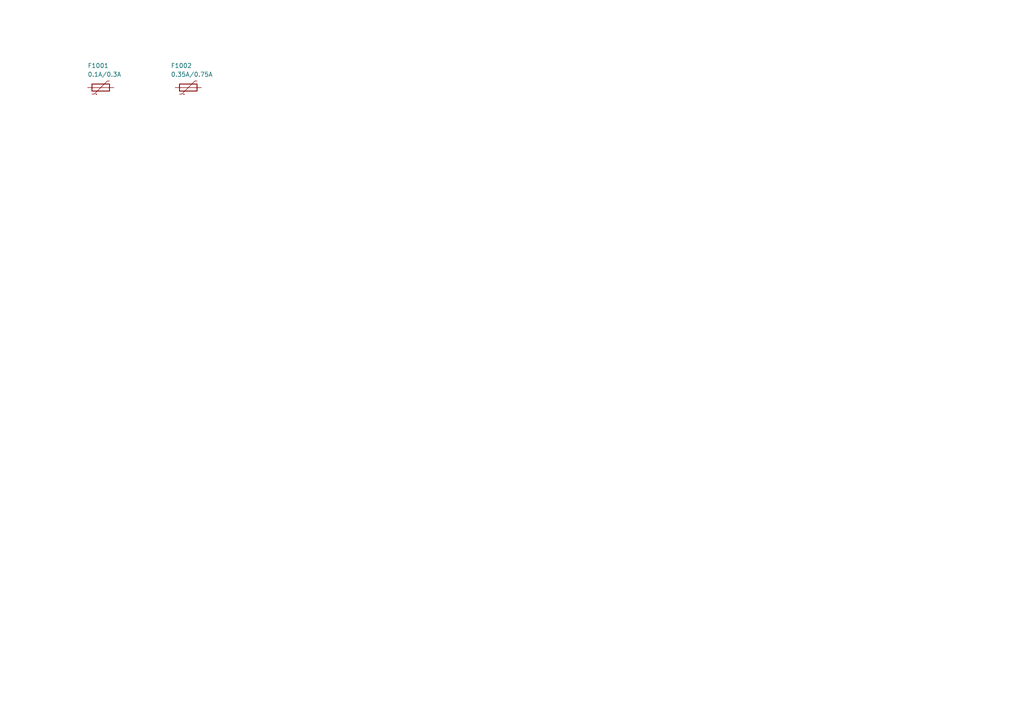
<source format=kicad_sch>
(kicad_sch
	(version 20250114)
	(generator "eeschema")
	(generator_version "9.0")
	(uuid "e63e39d7-6ac0-4ffd-8aa3-1841a4541b55")
	(paper "A4")
	(title_block
		(title "Fuses")
		(date "2026-01-06")
		(rev "1")
		(comment 1 "-")
		(comment 2 "-")
	)
	(lib_symbols
		(symbol "lily_symbols:fuse_ptc_0.1A_0.3A_15V_1R0_0805"
			(pin_numbers
				(hide yes)
			)
			(pin_names
				(offset 0)
				(hide yes)
			)
			(exclude_from_sim no)
			(in_bom yes)
			(on_board yes)
			(property "Reference" "F"
				(at 0 6.35 0)
				(effects
					(font
						(size 1.27 1.27)
					)
					(justify left)
				)
			)
			(property "Value" "0.1A/0.3A"
				(at 0 3.81 0)
				(effects
					(font
						(size 1.27 1.27)
					)
					(justify left)
				)
			)
			(property "Footprint" "lily_footprints:fuse_ptc_0805"
				(at 3.81 -7.62 0)
				(effects
					(font
						(size 1.27 1.27)
					)
					(hide yes)
				)
			)
			(property "Datasheet" "https://lilytronics.github.io/lily_kicad_lib/datasheets/littelfuse/ptc_0805L_series.pdf"
				(at 3.81 -20.32 0)
				(effects
					(font
						(size 1.27 1.27)
					)
					(hide yes)
				)
			)
			(property "Description" ""
				(at 0 0 0)
				(effects
					(font
						(size 1.27 1.27)
					)
					(hide yes)
				)
			)
			(property "Revision" "1"
				(at 3.81 -2.54 0)
				(effects
					(font
						(size 1.27 1.27)
					)
					(hide yes)
				)
			)
			(property "Status" "Active"
				(at 3.81 -5.08 0)
				(effects
					(font
						(size 1.27 1.27)
					)
					(hide yes)
				)
			)
			(property "Manufacturer" "Littelfuse"
				(at 3.81 -10.16 0)
				(effects
					(font
						(size 1.27 1.27)
					)
					(hide yes)
				)
			)
			(property "Manufacturer_ID" "0805L010YR"
				(at 3.81 -12.7 0)
				(effects
					(font
						(size 1.27 1.27)
					)
					(hide yes)
				)
			)
			(property "Lily_ID" "NO_ID"
				(at 3.81 -15.24 0)
				(effects
					(font
						(size 1.27 1.27)
					)
					(hide yes)
				)
			)
			(property "JLCPCB_ID" "C207020"
				(at 3.81 -17.78 0)
				(effects
					(font
						(size 1.27 1.27)
					)
					(hide yes)
				)
			)
			(symbol "fuse_ptc_0.1A_0.3A_15V_1R0_0805_0_1"
				(polyline
					(pts
						(xy 1.27 -1.905) (xy 1.905 -1.905) (xy 5.715 1.905) (xy 6.35 1.905)
					)
					(stroke
						(width 0)
						(type default)
					)
					(fill
						(type none)
					)
				)
				(polyline
					(pts
						(xy 6.35 0) (xy 1.27 0)
					)
					(stroke
						(width 0)
						(type default)
					)
					(fill
						(type none)
					)
				)
				(rectangle
					(start 6.35 -1.016)
					(end 1.27 1.016)
					(stroke
						(width 0.254)
						(type default)
					)
					(fill
						(type none)
					)
				)
			)
			(symbol "fuse_ptc_0.1A_0.3A_15V_1R0_0805_1_1"
				(text "+"
					(at 2.54 -1.905 0)
					(effects
						(font
							(size 0.508 0.508)
						)
					)
				)
				(pin passive line
					(at 0 0 0)
					(length 1.27)
					(name "~"
						(effects
							(font
								(size 1.27 1.27)
							)
						)
					)
					(number "1"
						(effects
							(font
								(size 1.27 1.27)
							)
						)
					)
				)
				(pin passive line
					(at 7.62 0 180)
					(length 1.27)
					(name "~"
						(effects
							(font
								(size 1.27 1.27)
							)
						)
					)
					(number "2"
						(effects
							(font
								(size 1.27 1.27)
							)
						)
					)
				)
			)
			(embedded_fonts no)
		)
		(symbol "lily_symbols:fuse_ptc_0.35A_0.75A_6V_0R25_0805"
			(pin_numbers
				(hide yes)
			)
			(pin_names
				(offset 0)
				(hide yes)
			)
			(exclude_from_sim no)
			(in_bom yes)
			(on_board yes)
			(property "Reference" "F"
				(at -1.27 6.35 0)
				(effects
					(font
						(size 1.27 1.27)
					)
					(justify left)
				)
			)
			(property "Value" "0.35A/0.75A"
				(at -1.27 3.81 0)
				(effects
					(font
						(size 1.27 1.27)
					)
					(justify left)
				)
			)
			(property "Footprint" "lily_footprints:fuse_ptc_0805"
				(at 3.81 -7.62 0)
				(effects
					(font
						(size 1.27 1.27)
					)
					(hide yes)
				)
			)
			(property "Datasheet" "https://lilytronics.github.io/lily_kicad_lib/datasheets/littelfuse/ptc_0805L_series.pdf"
				(at 3.81 -20.32 0)
				(effects
					(font
						(size 1.27 1.27)
					)
					(hide yes)
				)
			)
			(property "Description" ""
				(at 0 0 0)
				(effects
					(font
						(size 1.27 1.27)
					)
					(hide yes)
				)
			)
			(property "Revision" "1"
				(at 3.81 -2.54 0)
				(effects
					(font
						(size 1.27 1.27)
					)
					(hide yes)
				)
			)
			(property "Status" "Active"
				(at 3.81 -5.08 0)
				(effects
					(font
						(size 1.27 1.27)
					)
					(hide yes)
				)
			)
			(property "Manufacturer" "Littelfuse"
				(at 3.81 -10.16 0)
				(effects
					(font
						(size 1.27 1.27)
					)
					(hide yes)
				)
			)
			(property "Manufacturer_ID" "0805L035YR"
				(at 3.81 -12.7 0)
				(effects
					(font
						(size 1.27 1.27)
					)
					(hide yes)
				)
			)
			(property "Lily_ID" "NO_ID"
				(at 3.81 -15.24 0)
				(effects
					(font
						(size 1.27 1.27)
					)
					(hide yes)
				)
			)
			(property "JLCPCB_ID" "C207021"
				(at 3.81 -17.78 0)
				(effects
					(font
						(size 1.27 1.27)
					)
					(hide yes)
				)
			)
			(symbol "fuse_ptc_0.35A_0.75A_6V_0R25_0805_0_1"
				(polyline
					(pts
						(xy 1.27 -1.905) (xy 1.905 -1.905) (xy 5.715 1.905) (xy 6.35 1.905)
					)
					(stroke
						(width 0)
						(type default)
					)
					(fill
						(type none)
					)
				)
				(polyline
					(pts
						(xy 6.35 0) (xy 1.27 0)
					)
					(stroke
						(width 0)
						(type default)
					)
					(fill
						(type none)
					)
				)
				(rectangle
					(start 6.35 -1.016)
					(end 1.27 1.016)
					(stroke
						(width 0.254)
						(type default)
					)
					(fill
						(type none)
					)
				)
			)
			(symbol "fuse_ptc_0.35A_0.75A_6V_0R25_0805_1_1"
				(text "+"
					(at 2.54 -1.905 0)
					(effects
						(font
							(size 0.508 0.508)
						)
					)
				)
				(pin passive line
					(at 0 0 0)
					(length 1.27)
					(name "~"
						(effects
							(font
								(size 1.27 1.27)
							)
						)
					)
					(number "1"
						(effects
							(font
								(size 1.27 1.27)
							)
						)
					)
				)
				(pin passive line
					(at 7.62 0 180)
					(length 1.27)
					(name "~"
						(effects
							(font
								(size 1.27 1.27)
							)
						)
					)
					(number "2"
						(effects
							(font
								(size 1.27 1.27)
							)
						)
					)
				)
			)
			(embedded_fonts no)
		)
	)
	(symbol
		(lib_id "lily_symbols:fuse_ptc_0.35A_0.75A_6V_0R25_0805")
		(at 50.8 25.4 0)
		(unit 1)
		(exclude_from_sim no)
		(in_bom yes)
		(on_board yes)
		(dnp no)
		(uuid "74ee5740-709e-4640-b4d0-e3c4d766654f")
		(property "Reference" "F1002"
			(at 49.53 19.05 0)
			(effects
				(font
					(size 1.27 1.27)
				)
				(justify left)
			)
		)
		(property "Value" "0.35A/0.75A"
			(at 49.53 21.59 0)
			(effects
				(font
					(size 1.27 1.27)
				)
				(justify left)
			)
		)
		(property "Footprint" "lily_footprints:fuse_ptc_0805"
			(at 54.61 33.02 0)
			(effects
				(font
					(size 1.27 1.27)
				)
				(hide yes)
			)
		)
		(property "Datasheet" "https://lilytronics.github.io/lily_kicad_lib/datasheets/littelfuse/ptc_0805L_series.pdf"
			(at 54.61 45.72 0)
			(effects
				(font
					(size 1.27 1.27)
				)
				(hide yes)
			)
		)
		(property "Description" ""
			(at 50.8 25.4 0)
			(effects
				(font
					(size 1.27 1.27)
				)
				(hide yes)
			)
		)
		(property "Revision" "1"
			(at 54.61 27.94 0)
			(effects
				(font
					(size 1.27 1.27)
				)
				(hide yes)
			)
		)
		(property "Status" "Active"
			(at 54.61 30.48 0)
			(effects
				(font
					(size 1.27 1.27)
				)
				(hide yes)
			)
		)
		(property "Manufacturer" "Littelfuse"
			(at 54.61 35.56 0)
			(effects
				(font
					(size 1.27 1.27)
				)
				(hide yes)
			)
		)
		(property "Manufacturer_ID" "0805L035YR"
			(at 54.61 38.1 0)
			(effects
				(font
					(size 1.27 1.27)
				)
				(hide yes)
			)
		)
		(property "Lily_ID" "NO_ID"
			(at 54.61 40.64 0)
			(effects
				(font
					(size 1.27 1.27)
				)
				(hide yes)
			)
		)
		(property "JLCPCB_ID" "C207021"
			(at 54.61 43.18 0)
			(effects
				(font
					(size 1.27 1.27)
				)
				(hide yes)
			)
		)
		(pin "2"
			(uuid "ae728fcf-18d0-4a36-b753-cec02d5be32a")
		)
		(pin "1"
			(uuid "4aef9ef5-128c-4c1c-9f89-3a53c06be91e")
		)
		(instances
			(project ""
				(path "/e63e39d7-6ac0-4ffd-8aa3-1841a4541b55"
					(reference "F1002")
					(unit 1)
				)
			)
		)
	)
	(symbol
		(lib_id "lily_symbols:fuse_ptc_0.1A_0.3A_15V_1R0_0805")
		(at 25.4 25.4 0)
		(unit 1)
		(exclude_from_sim no)
		(in_bom yes)
		(on_board yes)
		(dnp no)
		(uuid "c9405fbb-7d3f-4ac7-8f87-846c0449eab7")
		(property "Reference" "F1001"
			(at 25.4 19.05 0)
			(effects
				(font
					(size 1.27 1.27)
				)
				(justify left)
			)
		)
		(property "Value" "0.1A/0.3A"
			(at 25.4 21.59 0)
			(effects
				(font
					(size 1.27 1.27)
				)
				(justify left)
			)
		)
		(property "Footprint" "lily_footprints:fuse_ptc_0805"
			(at 29.21 33.02 0)
			(effects
				(font
					(size 1.27 1.27)
				)
				(hide yes)
			)
		)
		(property "Datasheet" "https://lilytronics.github.io/lily_kicad_lib/datasheets/littelfuse/ptc_0805L_series.pdf"
			(at 29.21 45.72 0)
			(effects
				(font
					(size 1.27 1.27)
				)
				(hide yes)
			)
		)
		(property "Description" ""
			(at 25.4 25.4 0)
			(effects
				(font
					(size 1.27 1.27)
				)
				(hide yes)
			)
		)
		(property "Revision" "1"
			(at 29.21 27.94 0)
			(effects
				(font
					(size 1.27 1.27)
				)
				(hide yes)
			)
		)
		(property "Status" "Active"
			(at 29.21 30.48 0)
			(effects
				(font
					(size 1.27 1.27)
				)
				(hide yes)
			)
		)
		(property "Manufacturer" "Littelfuse"
			(at 29.21 35.56 0)
			(effects
				(font
					(size 1.27 1.27)
				)
				(hide yes)
			)
		)
		(property "Manufacturer_ID" "0805L010YR"
			(at 29.21 38.1 0)
			(effects
				(font
					(size 1.27 1.27)
				)
				(hide yes)
			)
		)
		(property "Lily_ID" "NO_ID"
			(at 29.21 40.64 0)
			(effects
				(font
					(size 1.27 1.27)
				)
				(hide yes)
			)
		)
		(property "JLCPCB_ID" "C207020"
			(at 29.21 43.18 0)
			(effects
				(font
					(size 1.27 1.27)
				)
				(hide yes)
			)
		)
		(pin "1"
			(uuid "2f25efa0-a791-4cc7-a826-6d65d5eff5b5")
		)
		(pin "2"
			(uuid "29ab70f8-93f2-4917-b8e5-70f229e11c0e")
		)
		(instances
			(project ""
				(path "/e63e39d7-6ac0-4ffd-8aa3-1841a4541b55"
					(reference "F1001")
					(unit 1)
				)
			)
		)
	)
	(sheet_instances
		(path "/"
			(page "1")
		)
	)
	(embedded_fonts no)
)

</source>
